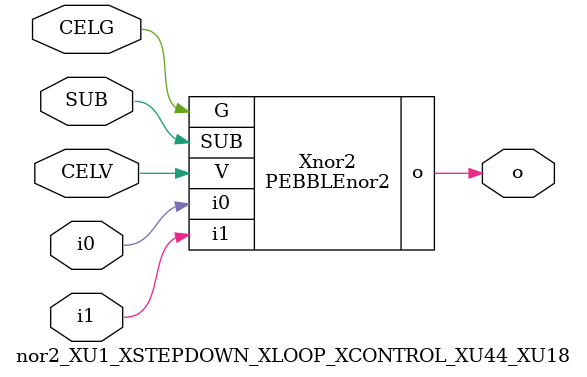
<source format=v>



module PEBBLEnor2 ( o, G, SUB, V, i0, i1 );

  input i0;
  input V;
  input i1;
  input G;
  output o;
  input SUB;
endmodule

//Celera Confidential Do Not Copy nor2_XU1_XSTEPDOWN_XLOOP_XCONTROL_XU44_XU18
//Celera Confidential Symbol Generator
//nor2
module nor2_XU1_XSTEPDOWN_XLOOP_XCONTROL_XU44_XU18 (CELV,CELG,i0,i1,o,SUB);
input CELV;
input CELG;
input i0;
input i1;
input SUB;
output o;

//Celera Confidential Do Not Copy nor2
PEBBLEnor2 Xnor2(
.V (CELV),
.i0 (i0),
.i1 (i1),
.o (o),
.SUB (SUB),
.G (CELG)
);
//,diesize,PEBBLEnor2

//Celera Confidential Do Not Copy Module End
//Celera Schematic Generator
endmodule

</source>
